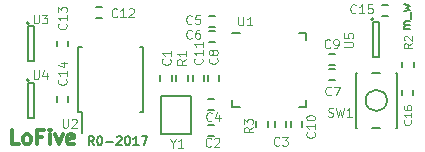
<source format=gbr>
G04 #@! TF.GenerationSoftware,KiCad,Pcbnew,(2017-08-02 revision 9760937)-master*
G04 #@! TF.CreationDate,2017-09-04T14:54:41-05:00*
G04 #@! TF.ProjectId,lofive,6C6F666976652E6B696361645F706362,0*
G04 #@! TF.SameCoordinates,Original*
G04 #@! TF.FileFunction,Legend,Top*
G04 #@! TF.FilePolarity,Positive*
%FSLAX46Y46*%
G04 Gerber Fmt 4.6, Leading zero omitted, Abs format (unit mm)*
G04 Created by KiCad (PCBNEW (2017-08-02 revision 9760937)-master) date Mon Sep  4 14:54:41 2017*
%MOMM*%
%LPD*%
G01*
G04 APERTURE LIST*
%ADD10C,0.187500*%
%ADD11C,0.300000*%
%ADD12C,0.150000*%
%ADD13C,0.125000*%
G04 APERTURE END LIST*
D10*
X109437342Y-124306525D02*
X109187342Y-123949382D01*
X109008771Y-124306525D02*
X109008771Y-123556525D01*
X109294485Y-123556525D01*
X109365914Y-123592240D01*
X109401628Y-123627954D01*
X109437342Y-123699382D01*
X109437342Y-123806525D01*
X109401628Y-123877954D01*
X109365914Y-123913668D01*
X109294485Y-123949382D01*
X109008771Y-123949382D01*
X109901628Y-123556525D02*
X109973057Y-123556525D01*
X110044485Y-123592240D01*
X110080200Y-123627954D01*
X110115914Y-123699382D01*
X110151628Y-123842240D01*
X110151628Y-124020811D01*
X110115914Y-124163668D01*
X110080200Y-124235097D01*
X110044485Y-124270811D01*
X109973057Y-124306525D01*
X109901628Y-124306525D01*
X109830200Y-124270811D01*
X109794485Y-124235097D01*
X109758771Y-124163668D01*
X109723057Y-124020811D01*
X109723057Y-123842240D01*
X109758771Y-123699382D01*
X109794485Y-123627954D01*
X109830200Y-123592240D01*
X109901628Y-123556525D01*
X110473057Y-124020811D02*
X111044485Y-124020811D01*
X111365914Y-123627954D02*
X111401628Y-123592240D01*
X111473057Y-123556525D01*
X111651628Y-123556525D01*
X111723057Y-123592240D01*
X111758771Y-123627954D01*
X111794485Y-123699382D01*
X111794485Y-123770811D01*
X111758771Y-123877954D01*
X111330200Y-124306525D01*
X111794485Y-124306525D01*
X112258771Y-123556525D02*
X112330200Y-123556525D01*
X112401628Y-123592240D01*
X112437342Y-123627954D01*
X112473057Y-123699382D01*
X112508771Y-123842240D01*
X112508771Y-124020811D01*
X112473057Y-124163668D01*
X112437342Y-124235097D01*
X112401628Y-124270811D01*
X112330200Y-124306525D01*
X112258771Y-124306525D01*
X112187342Y-124270811D01*
X112151628Y-124235097D01*
X112115914Y-124163668D01*
X112080200Y-124020811D01*
X112080200Y-123842240D01*
X112115914Y-123699382D01*
X112151628Y-123627954D01*
X112187342Y-123592240D01*
X112258771Y-123556525D01*
X113223057Y-124306525D02*
X112794485Y-124306525D01*
X113008771Y-124306525D02*
X113008771Y-123556525D01*
X112937342Y-123663668D01*
X112865914Y-123735097D01*
X112794485Y-123770811D01*
X113473057Y-123556525D02*
X113973057Y-123556525D01*
X113651628Y-124306525D01*
X136203885Y-114464340D02*
X135703885Y-114464340D01*
X135775314Y-114464340D02*
X135739600Y-114428625D01*
X135703885Y-114357197D01*
X135703885Y-114250054D01*
X135739600Y-114178625D01*
X135811028Y-114142911D01*
X136203885Y-114142911D01*
X135811028Y-114142911D02*
X135739600Y-114107197D01*
X135703885Y-114035768D01*
X135703885Y-113928625D01*
X135739600Y-113857197D01*
X135811028Y-113821482D01*
X136203885Y-113821482D01*
X136275314Y-113642911D02*
X136275314Y-113071482D01*
X135703885Y-112964340D02*
X136203885Y-112821482D01*
X135846742Y-112678625D01*
X136203885Y-112535768D01*
X135703885Y-112392911D01*
D11*
X103094090Y-124232996D02*
X102498852Y-124232996D01*
X102498852Y-122982996D01*
X103689328Y-124232996D02*
X103570280Y-124173472D01*
X103510757Y-124113948D01*
X103451233Y-123994900D01*
X103451233Y-123637758D01*
X103510757Y-123518710D01*
X103570280Y-123459186D01*
X103689328Y-123399662D01*
X103867900Y-123399662D01*
X103986947Y-123459186D01*
X104046471Y-123518710D01*
X104105995Y-123637758D01*
X104105995Y-123994900D01*
X104046471Y-124113948D01*
X103986947Y-124173472D01*
X103867900Y-124232996D01*
X103689328Y-124232996D01*
X105058376Y-123578234D02*
X104641709Y-123578234D01*
X104641709Y-124232996D02*
X104641709Y-122982996D01*
X105236947Y-122982996D01*
X105713138Y-124232996D02*
X105713138Y-123399662D01*
X105713138Y-122982996D02*
X105653614Y-123042520D01*
X105713138Y-123102043D01*
X105772661Y-123042520D01*
X105713138Y-122982996D01*
X105713138Y-123102043D01*
X106189328Y-123399662D02*
X106486947Y-124232996D01*
X106784566Y-123399662D01*
X107736947Y-124173472D02*
X107617900Y-124232996D01*
X107379804Y-124232996D01*
X107260757Y-124173472D01*
X107201233Y-124054424D01*
X107201233Y-123578234D01*
X107260757Y-123459186D01*
X107379804Y-123399662D01*
X107617900Y-123399662D01*
X107736947Y-123459186D01*
X107796471Y-123578234D01*
X107796471Y-123697281D01*
X107201233Y-123816329D01*
D12*
X125707160Y-122784680D02*
X125707160Y-122284680D01*
X124757160Y-122284680D02*
X124757160Y-122784680D01*
X131600000Y-118173000D02*
X131700000Y-118173000D01*
X135100000Y-118173000D02*
X135000000Y-118173000D01*
X135000000Y-122873000D02*
X135100000Y-122873000D01*
X131600000Y-122873000D02*
X131700000Y-122873000D01*
X133000000Y-122873000D02*
X133700000Y-122873000D01*
X133000000Y-118173000D02*
X133700000Y-118173000D01*
X131600000Y-118173000D02*
X131600000Y-122873000D01*
X135100000Y-122873000D02*
X135100000Y-118173000D01*
X134250000Y-120523000D02*
G75*
G03X134250000Y-120523000I-900000J0D01*
G01*
X134362000Y-112428000D02*
X133862000Y-112428000D01*
X133862000Y-113378000D02*
X134362000Y-113378000D01*
X136492000Y-120096000D02*
X136492000Y-119596000D01*
X135542000Y-119596000D02*
X135542000Y-120096000D01*
X133116800Y-113656600D02*
G75*
G03X133116800Y-113656600I-100000J0D01*
G01*
X133566800Y-113906600D02*
X133066800Y-113906600D01*
X133566800Y-116806600D02*
X133566800Y-113906600D01*
X133066800Y-116806600D02*
X133566800Y-116806600D01*
X133066800Y-113906600D02*
X133066800Y-116806600D01*
X124220460Y-122802460D02*
X124220460Y-122302460D01*
X123170460Y-122302460D02*
X123170460Y-122802460D01*
X135492000Y-117225000D02*
X135492000Y-117725000D01*
X136542000Y-117725000D02*
X136542000Y-117225000D01*
X106332000Y-120146000D02*
X106332000Y-120646000D01*
X107282000Y-120646000D02*
X107282000Y-120146000D01*
X107282000Y-115947000D02*
X107282000Y-115447000D01*
X106332000Y-115447000D02*
X106332000Y-115947000D01*
X103890000Y-114247000D02*
X103890000Y-117147000D01*
X103890000Y-117147000D02*
X104390000Y-117147000D01*
X104390000Y-117147000D02*
X104390000Y-114247000D01*
X104390000Y-114247000D02*
X103890000Y-114247000D01*
X103940000Y-113997000D02*
G75*
G03X103940000Y-113997000I-100000J0D01*
G01*
X103940000Y-118823000D02*
G75*
G03X103940000Y-118823000I-100000J0D01*
G01*
X104390000Y-119073000D02*
X103890000Y-119073000D01*
X104390000Y-121973000D02*
X104390000Y-119073000D01*
X103890000Y-121973000D02*
X104390000Y-121973000D01*
X103890000Y-119073000D02*
X103890000Y-121973000D01*
X110104060Y-112610580D02*
X109604060Y-112610580D01*
X109604060Y-113560580D02*
X110104060Y-113560580D01*
X108116000Y-121522660D02*
X108416000Y-121522660D01*
X108116000Y-116022660D02*
X108416000Y-116022660D01*
X113626000Y-116022660D02*
X113326000Y-116022660D01*
X113626000Y-121522660D02*
X113326000Y-121522660D01*
X108116000Y-121522660D02*
X108116000Y-116022660D01*
X113626000Y-121522660D02*
X113626000Y-116022660D01*
X108416000Y-121522660D02*
X108416000Y-123272660D01*
X118750100Y-118845140D02*
X118750100Y-118345140D01*
X117800100Y-118345140D02*
X117800100Y-118845140D01*
X126144000Y-122284680D02*
X126144000Y-122784680D01*
X127094000Y-122784680D02*
X127094000Y-122284680D01*
X129863760Y-116604560D02*
X129363760Y-116604560D01*
X129363760Y-117554560D02*
X129863760Y-117554560D01*
X119065020Y-118345140D02*
X119065020Y-118845140D01*
X120015020Y-118845140D02*
X120015020Y-118345140D01*
X129863760Y-117864560D02*
X129363760Y-117864560D01*
X129363760Y-118814560D02*
X129863760Y-118814560D01*
X119713820Y-114602240D02*
X119213820Y-114602240D01*
X119213820Y-115552240D02*
X119713820Y-115552240D01*
X119213820Y-114305100D02*
X119713820Y-114305100D01*
X119713820Y-113355100D02*
X119213820Y-113355100D01*
X119576660Y-120373120D02*
X119076660Y-120373120D01*
X119076660Y-121323120D02*
X119576660Y-121323120D01*
X117415800Y-118868000D02*
X117415800Y-118368000D01*
X116365800Y-118368000D02*
X116365800Y-118868000D01*
X117687880Y-120170140D02*
X117687880Y-123370140D01*
X117687880Y-123370140D02*
X115087880Y-123370140D01*
X115087880Y-123370140D02*
X115087880Y-120170140D01*
X115087880Y-120170140D02*
X117687880Y-120170140D01*
X119088680Y-123506920D02*
X119588680Y-123506920D01*
X119588680Y-122556920D02*
X119088680Y-122556920D01*
X115072140Y-118350220D02*
X115072140Y-118850220D01*
X116022140Y-118850220D02*
X116022140Y-118350220D01*
X127424980Y-114809740D02*
X127424980Y-115409740D01*
X121174980Y-121059740D02*
X121174980Y-120459740D01*
X127424980Y-121059740D02*
X127424980Y-120459740D01*
X121174980Y-114809740D02*
X121774980Y-114809740D01*
X121174980Y-121059740D02*
X121774980Y-121059740D01*
X127424980Y-121059740D02*
X126824980Y-121059740D01*
X127424980Y-114809740D02*
X126824980Y-114809740D01*
D13*
X125130020Y-124285897D02*
X125094305Y-124321611D01*
X124987162Y-124357325D01*
X124915734Y-124357325D01*
X124808591Y-124321611D01*
X124737162Y-124250182D01*
X124701448Y-124178754D01*
X124665734Y-124035897D01*
X124665734Y-123928754D01*
X124701448Y-123785897D01*
X124737162Y-123714468D01*
X124808591Y-123643040D01*
X124915734Y-123607325D01*
X124987162Y-123607325D01*
X125094305Y-123643040D01*
X125130020Y-123678754D01*
X125380020Y-123607325D02*
X125844305Y-123607325D01*
X125594305Y-123893040D01*
X125701448Y-123893040D01*
X125772877Y-123928754D01*
X125808591Y-123964468D01*
X125844305Y-124035897D01*
X125844305Y-124214468D01*
X125808591Y-124285897D01*
X125772877Y-124321611D01*
X125701448Y-124357325D01*
X125487162Y-124357325D01*
X125415734Y-124321611D01*
X125380020Y-124285897D01*
X129276600Y-121870511D02*
X129383742Y-121906225D01*
X129562314Y-121906225D01*
X129633742Y-121870511D01*
X129669457Y-121834797D01*
X129705171Y-121763368D01*
X129705171Y-121691940D01*
X129669457Y-121620511D01*
X129633742Y-121584797D01*
X129562314Y-121549082D01*
X129419457Y-121513368D01*
X129348028Y-121477654D01*
X129312314Y-121441940D01*
X129276600Y-121370511D01*
X129276600Y-121299082D01*
X129312314Y-121227654D01*
X129348028Y-121191940D01*
X129419457Y-121156225D01*
X129598028Y-121156225D01*
X129705171Y-121191940D01*
X129955171Y-121156225D02*
X130133742Y-121906225D01*
X130276600Y-121370511D01*
X130419457Y-121906225D01*
X130598028Y-121156225D01*
X131276600Y-121906225D02*
X130848028Y-121906225D01*
X131062314Y-121906225D02*
X131062314Y-121156225D01*
X130990885Y-121263368D01*
X130919457Y-121334797D01*
X130848028Y-121370511D01*
X131623257Y-113069257D02*
X131587542Y-113104971D01*
X131480400Y-113140685D01*
X131408971Y-113140685D01*
X131301828Y-113104971D01*
X131230400Y-113033542D01*
X131194685Y-112962114D01*
X131158971Y-112819257D01*
X131158971Y-112712114D01*
X131194685Y-112569257D01*
X131230400Y-112497828D01*
X131301828Y-112426400D01*
X131408971Y-112390685D01*
X131480400Y-112390685D01*
X131587542Y-112426400D01*
X131623257Y-112462114D01*
X132337542Y-113140685D02*
X131908971Y-113140685D01*
X132123257Y-113140685D02*
X132123257Y-112390685D01*
X132051828Y-112497828D01*
X131980400Y-112569257D01*
X131908971Y-112604971D01*
X133016114Y-112390685D02*
X132658971Y-112390685D01*
X132623257Y-112747828D01*
X132658971Y-112712114D01*
X132730400Y-112676400D01*
X132908971Y-112676400D01*
X132980400Y-112712114D01*
X133016114Y-112747828D01*
X133051828Y-112819257D01*
X133051828Y-112997828D01*
X133016114Y-113069257D01*
X132980400Y-113104971D01*
X132908971Y-113140685D01*
X132730400Y-113140685D01*
X132658971Y-113104971D01*
X132623257Y-113069257D01*
X136249142Y-122185457D02*
X136280095Y-122216409D01*
X136311047Y-122309266D01*
X136311047Y-122371171D01*
X136280095Y-122464028D01*
X136218190Y-122525933D01*
X136156285Y-122556885D01*
X136032476Y-122587838D01*
X135939619Y-122587838D01*
X135815809Y-122556885D01*
X135753904Y-122525933D01*
X135692000Y-122464028D01*
X135661047Y-122371171D01*
X135661047Y-122309266D01*
X135692000Y-122216409D01*
X135722952Y-122185457D01*
X136311047Y-121566409D02*
X136311047Y-121937838D01*
X136311047Y-121752123D02*
X135661047Y-121752123D01*
X135753904Y-121814028D01*
X135815809Y-121875933D01*
X135846761Y-121937838D01*
X135661047Y-121009266D02*
X135661047Y-121133076D01*
X135692000Y-121194980D01*
X135722952Y-121225933D01*
X135815809Y-121287838D01*
X135939619Y-121318790D01*
X136187238Y-121318790D01*
X136249142Y-121287838D01*
X136280095Y-121256885D01*
X136311047Y-121194980D01*
X136311047Y-121071171D01*
X136280095Y-121009266D01*
X136249142Y-120978314D01*
X136187238Y-120947361D01*
X136032476Y-120947361D01*
X135970571Y-120978314D01*
X135939619Y-121009266D01*
X135908666Y-121071171D01*
X135908666Y-121194980D01*
X135939619Y-121256885D01*
X135970571Y-121287838D01*
X136032476Y-121318790D01*
X130653285Y-115989028D02*
X131260428Y-115989028D01*
X131331857Y-115953314D01*
X131367571Y-115917600D01*
X131403285Y-115846171D01*
X131403285Y-115703314D01*
X131367571Y-115631885D01*
X131331857Y-115596171D01*
X131260428Y-115560457D01*
X130653285Y-115560457D01*
X130653285Y-114846171D02*
X130653285Y-115203314D01*
X131010428Y-115239028D01*
X130974714Y-115203314D01*
X130939000Y-115131885D01*
X130939000Y-114953314D01*
X130974714Y-114881885D01*
X131010428Y-114846171D01*
X131081857Y-114810457D01*
X131260428Y-114810457D01*
X131331857Y-114846171D01*
X131367571Y-114881885D01*
X131403285Y-114953314D01*
X131403285Y-115131885D01*
X131367571Y-115203314D01*
X131331857Y-115239028D01*
X122894285Y-122784140D02*
X122537142Y-123034140D01*
X122894285Y-123212711D02*
X122144285Y-123212711D01*
X122144285Y-122926997D01*
X122180000Y-122855568D01*
X122215714Y-122819854D01*
X122287142Y-122784140D01*
X122394285Y-122784140D01*
X122465714Y-122819854D01*
X122501428Y-122855568D01*
X122537142Y-122926997D01*
X122537142Y-123212711D01*
X122144285Y-122534140D02*
X122144285Y-122069854D01*
X122430000Y-122319854D01*
X122430000Y-122212711D01*
X122465714Y-122141282D01*
X122501428Y-122105568D01*
X122572857Y-122069854D01*
X122751428Y-122069854D01*
X122822857Y-122105568D01*
X122858571Y-122141282D01*
X122894285Y-122212711D01*
X122894285Y-122426997D01*
X122858571Y-122498425D01*
X122822857Y-122534140D01*
X136336447Y-115678333D02*
X136026923Y-115895000D01*
X136336447Y-116049761D02*
X135686447Y-116049761D01*
X135686447Y-115802142D01*
X135717400Y-115740238D01*
X135748352Y-115709285D01*
X135810257Y-115678333D01*
X135903114Y-115678333D01*
X135965019Y-115709285D01*
X135995971Y-115740238D01*
X136026923Y-115802142D01*
X136026923Y-116049761D01*
X135748352Y-115430714D02*
X135717400Y-115399761D01*
X135686447Y-115337857D01*
X135686447Y-115183095D01*
X135717400Y-115121190D01*
X135748352Y-115090238D01*
X135810257Y-115059285D01*
X135872161Y-115059285D01*
X135965019Y-115090238D01*
X136336447Y-115461666D01*
X136336447Y-115059285D01*
X107074857Y-118719142D02*
X107110571Y-118754857D01*
X107146285Y-118862000D01*
X107146285Y-118933428D01*
X107110571Y-119040571D01*
X107039142Y-119112000D01*
X106967714Y-119147714D01*
X106824857Y-119183428D01*
X106717714Y-119183428D01*
X106574857Y-119147714D01*
X106503428Y-119112000D01*
X106432000Y-119040571D01*
X106396285Y-118933428D01*
X106396285Y-118862000D01*
X106432000Y-118754857D01*
X106467714Y-118719142D01*
X107146285Y-118004857D02*
X107146285Y-118433428D01*
X107146285Y-118219142D02*
X106396285Y-118219142D01*
X106503428Y-118290571D01*
X106574857Y-118362000D01*
X106610571Y-118433428D01*
X106646285Y-117362000D02*
X107146285Y-117362000D01*
X106360571Y-117540571D02*
X106896285Y-117719142D01*
X106896285Y-117254857D01*
X107074857Y-114020142D02*
X107110571Y-114055857D01*
X107146285Y-114163000D01*
X107146285Y-114234428D01*
X107110571Y-114341571D01*
X107039142Y-114413000D01*
X106967714Y-114448714D01*
X106824857Y-114484428D01*
X106717714Y-114484428D01*
X106574857Y-114448714D01*
X106503428Y-114413000D01*
X106432000Y-114341571D01*
X106396285Y-114234428D01*
X106396285Y-114163000D01*
X106432000Y-114055857D01*
X106467714Y-114020142D01*
X107146285Y-113305857D02*
X107146285Y-113734428D01*
X107146285Y-113520142D02*
X106396285Y-113520142D01*
X106503428Y-113591571D01*
X106574857Y-113663000D01*
X106610571Y-113734428D01*
X106396285Y-113055857D02*
X106396285Y-112591571D01*
X106682000Y-112841571D01*
X106682000Y-112734428D01*
X106717714Y-112663000D01*
X106753428Y-112627285D01*
X106824857Y-112591571D01*
X107003428Y-112591571D01*
X107074857Y-112627285D01*
X107110571Y-112663000D01*
X107146285Y-112734428D01*
X107146285Y-112948714D01*
X107110571Y-113020142D01*
X107074857Y-113055857D01*
X104330571Y-113254285D02*
X104330571Y-113861428D01*
X104366285Y-113932857D01*
X104402000Y-113968571D01*
X104473428Y-114004285D01*
X104616285Y-114004285D01*
X104687714Y-113968571D01*
X104723428Y-113932857D01*
X104759142Y-113861428D01*
X104759142Y-113254285D01*
X105044857Y-113254285D02*
X105509142Y-113254285D01*
X105259142Y-113540000D01*
X105366285Y-113540000D01*
X105437714Y-113575714D01*
X105473428Y-113611428D01*
X105509142Y-113682857D01*
X105509142Y-113861428D01*
X105473428Y-113932857D01*
X105437714Y-113968571D01*
X105366285Y-114004285D01*
X105152000Y-114004285D01*
X105080571Y-113968571D01*
X105044857Y-113932857D01*
X104330571Y-117953285D02*
X104330571Y-118560428D01*
X104366285Y-118631857D01*
X104402000Y-118667571D01*
X104473428Y-118703285D01*
X104616285Y-118703285D01*
X104687714Y-118667571D01*
X104723428Y-118631857D01*
X104759142Y-118560428D01*
X104759142Y-117953285D01*
X105437714Y-118203285D02*
X105437714Y-118703285D01*
X105259142Y-117917571D02*
X105080571Y-118453285D01*
X105544857Y-118453285D01*
X111404857Y-113399457D02*
X111369142Y-113435171D01*
X111262000Y-113470885D01*
X111190571Y-113470885D01*
X111083428Y-113435171D01*
X111012000Y-113363742D01*
X110976285Y-113292314D01*
X110940571Y-113149457D01*
X110940571Y-113042314D01*
X110976285Y-112899457D01*
X111012000Y-112828028D01*
X111083428Y-112756600D01*
X111190571Y-112720885D01*
X111262000Y-112720885D01*
X111369142Y-112756600D01*
X111404857Y-112792314D01*
X112119142Y-113470885D02*
X111690571Y-113470885D01*
X111904857Y-113470885D02*
X111904857Y-112720885D01*
X111833428Y-112828028D01*
X111762000Y-112899457D01*
X111690571Y-112935171D01*
X112404857Y-112792314D02*
X112440571Y-112756600D01*
X112512000Y-112720885D01*
X112690571Y-112720885D01*
X112762000Y-112756600D01*
X112797714Y-112792314D01*
X112833428Y-112863742D01*
X112833428Y-112935171D01*
X112797714Y-113042314D01*
X112369142Y-113470885D01*
X112833428Y-113470885D01*
X106804531Y-122070625D02*
X106804531Y-122677768D01*
X106840245Y-122749197D01*
X106875960Y-122784911D01*
X106947388Y-122820625D01*
X107090245Y-122820625D01*
X107161674Y-122784911D01*
X107197388Y-122749197D01*
X107233102Y-122677768D01*
X107233102Y-122070625D01*
X107554531Y-122142054D02*
X107590245Y-122106340D01*
X107661674Y-122070625D01*
X107840245Y-122070625D01*
X107911674Y-122106340D01*
X107947388Y-122142054D01*
X107983102Y-122213482D01*
X107983102Y-122284911D01*
X107947388Y-122392054D01*
X107518817Y-122820625D01*
X107983102Y-122820625D01*
X118572957Y-116977282D02*
X118608671Y-117012997D01*
X118644385Y-117120140D01*
X118644385Y-117191568D01*
X118608671Y-117298711D01*
X118537242Y-117370140D01*
X118465814Y-117405854D01*
X118322957Y-117441568D01*
X118215814Y-117441568D01*
X118072957Y-117405854D01*
X118001528Y-117370140D01*
X117930100Y-117298711D01*
X117894385Y-117191568D01*
X117894385Y-117120140D01*
X117930100Y-117012997D01*
X117965814Y-116977282D01*
X118644385Y-116262997D02*
X118644385Y-116691568D01*
X118644385Y-116477282D02*
X117894385Y-116477282D01*
X118001528Y-116548711D01*
X118072957Y-116620140D01*
X118108671Y-116691568D01*
X118644385Y-115548711D02*
X118644385Y-115977282D01*
X118644385Y-115762997D02*
X117894385Y-115762997D01*
X118001528Y-115834425D01*
X118072957Y-115905854D01*
X118108671Y-115977282D01*
X128095897Y-123209862D02*
X128131611Y-123245577D01*
X128167325Y-123352720D01*
X128167325Y-123424148D01*
X128131611Y-123531291D01*
X128060182Y-123602720D01*
X127988754Y-123638434D01*
X127845897Y-123674148D01*
X127738754Y-123674148D01*
X127595897Y-123638434D01*
X127524468Y-123602720D01*
X127453040Y-123531291D01*
X127417325Y-123424148D01*
X127417325Y-123352720D01*
X127453040Y-123245577D01*
X127488754Y-123209862D01*
X128167325Y-122495577D02*
X128167325Y-122924148D01*
X128167325Y-122709862D02*
X127417325Y-122709862D01*
X127524468Y-122781291D01*
X127595897Y-122852720D01*
X127631611Y-122924148D01*
X127417325Y-122031291D02*
X127417325Y-121959862D01*
X127453040Y-121888434D01*
X127488754Y-121852720D01*
X127560182Y-121817005D01*
X127703040Y-121781291D01*
X127881611Y-121781291D01*
X128024468Y-121817005D01*
X128095897Y-121852720D01*
X128131611Y-121888434D01*
X128167325Y-121959862D01*
X128167325Y-122031291D01*
X128131611Y-122102720D01*
X128095897Y-122138434D01*
X128024468Y-122174148D01*
X127881611Y-122209862D01*
X127703040Y-122209862D01*
X127560182Y-122174148D01*
X127488754Y-122138434D01*
X127453040Y-122102720D01*
X127417325Y-122031291D01*
X129440400Y-116015657D02*
X129404685Y-116051371D01*
X129297542Y-116087085D01*
X129226114Y-116087085D01*
X129118971Y-116051371D01*
X129047542Y-115979942D01*
X129011828Y-115908514D01*
X128976114Y-115765657D01*
X128976114Y-115658514D01*
X129011828Y-115515657D01*
X129047542Y-115444228D01*
X129118971Y-115372800D01*
X129226114Y-115337085D01*
X129297542Y-115337085D01*
X129404685Y-115372800D01*
X129440400Y-115408514D01*
X129797542Y-116087085D02*
X129940400Y-116087085D01*
X130011828Y-116051371D01*
X130047542Y-116015657D01*
X130118971Y-115908514D01*
X130154685Y-115765657D01*
X130154685Y-115479942D01*
X130118971Y-115408514D01*
X130083257Y-115372800D01*
X130011828Y-115337085D01*
X129868971Y-115337085D01*
X129797542Y-115372800D01*
X129761828Y-115408514D01*
X129726114Y-115479942D01*
X129726114Y-115658514D01*
X129761828Y-115729942D01*
X129797542Y-115765657D01*
X129868971Y-115801371D01*
X130011828Y-115801371D01*
X130083257Y-115765657D01*
X130118971Y-115729942D01*
X130154685Y-115658514D01*
X119847877Y-116960140D02*
X119883591Y-116995854D01*
X119919305Y-117102997D01*
X119919305Y-117174425D01*
X119883591Y-117281568D01*
X119812162Y-117352997D01*
X119740734Y-117388711D01*
X119597877Y-117424425D01*
X119490734Y-117424425D01*
X119347877Y-117388711D01*
X119276448Y-117352997D01*
X119205020Y-117281568D01*
X119169305Y-117174425D01*
X119169305Y-117102997D01*
X119205020Y-116995854D01*
X119240734Y-116960140D01*
X119490734Y-116531568D02*
X119455020Y-116602997D01*
X119419305Y-116638711D01*
X119347877Y-116674425D01*
X119312162Y-116674425D01*
X119240734Y-116638711D01*
X119205020Y-116602997D01*
X119169305Y-116531568D01*
X119169305Y-116388711D01*
X119205020Y-116317282D01*
X119240734Y-116281568D01*
X119312162Y-116245854D01*
X119347877Y-116245854D01*
X119419305Y-116281568D01*
X119455020Y-116317282D01*
X119490734Y-116388711D01*
X119490734Y-116531568D01*
X119526448Y-116602997D01*
X119562162Y-116638711D01*
X119633591Y-116674425D01*
X119776448Y-116674425D01*
X119847877Y-116638711D01*
X119883591Y-116602997D01*
X119919305Y-116531568D01*
X119919305Y-116388711D01*
X119883591Y-116317282D01*
X119847877Y-116281568D01*
X119776448Y-116245854D01*
X119633591Y-116245854D01*
X119562162Y-116281568D01*
X119526448Y-116317282D01*
X119490734Y-116388711D01*
X129491200Y-120028857D02*
X129455485Y-120064571D01*
X129348342Y-120100285D01*
X129276914Y-120100285D01*
X129169771Y-120064571D01*
X129098342Y-119993142D01*
X129062628Y-119921714D01*
X129026914Y-119778857D01*
X129026914Y-119671714D01*
X129062628Y-119528857D01*
X129098342Y-119457428D01*
X129169771Y-119386000D01*
X129276914Y-119350285D01*
X129348342Y-119350285D01*
X129455485Y-119386000D01*
X129491200Y-119421714D01*
X129741200Y-119350285D02*
X130241200Y-119350285D01*
X129919771Y-120100285D01*
X117731000Y-115228257D02*
X117695285Y-115263971D01*
X117588142Y-115299685D01*
X117516714Y-115299685D01*
X117409571Y-115263971D01*
X117338142Y-115192542D01*
X117302428Y-115121114D01*
X117266714Y-114978257D01*
X117266714Y-114871114D01*
X117302428Y-114728257D01*
X117338142Y-114656828D01*
X117409571Y-114585400D01*
X117516714Y-114549685D01*
X117588142Y-114549685D01*
X117695285Y-114585400D01*
X117731000Y-114621114D01*
X118373857Y-114549685D02*
X118231000Y-114549685D01*
X118159571Y-114585400D01*
X118123857Y-114621114D01*
X118052428Y-114728257D01*
X118016714Y-114871114D01*
X118016714Y-115156828D01*
X118052428Y-115228257D01*
X118088142Y-115263971D01*
X118159571Y-115299685D01*
X118302428Y-115299685D01*
X118373857Y-115263971D01*
X118409571Y-115228257D01*
X118445285Y-115156828D01*
X118445285Y-114978257D01*
X118409571Y-114906828D01*
X118373857Y-114871114D01*
X118302428Y-114835400D01*
X118159571Y-114835400D01*
X118088142Y-114871114D01*
X118052428Y-114906828D01*
X118016714Y-114978257D01*
X117731000Y-113983657D02*
X117695285Y-114019371D01*
X117588142Y-114055085D01*
X117516714Y-114055085D01*
X117409571Y-114019371D01*
X117338142Y-113947942D01*
X117302428Y-113876514D01*
X117266714Y-113733657D01*
X117266714Y-113626514D01*
X117302428Y-113483657D01*
X117338142Y-113412228D01*
X117409571Y-113340800D01*
X117516714Y-113305085D01*
X117588142Y-113305085D01*
X117695285Y-113340800D01*
X117731000Y-113376514D01*
X118409571Y-113305085D02*
X118052428Y-113305085D01*
X118016714Y-113662228D01*
X118052428Y-113626514D01*
X118123857Y-113590800D01*
X118302428Y-113590800D01*
X118373857Y-113626514D01*
X118409571Y-113662228D01*
X118445285Y-113733657D01*
X118445285Y-113912228D01*
X118409571Y-113983657D01*
X118373857Y-114019371D01*
X118302428Y-114055085D01*
X118123857Y-114055085D01*
X118052428Y-114019371D01*
X118016714Y-113983657D01*
X119432800Y-122187857D02*
X119397085Y-122223571D01*
X119289942Y-122259285D01*
X119218514Y-122259285D01*
X119111371Y-122223571D01*
X119039942Y-122152142D01*
X119004228Y-122080714D01*
X118968514Y-121937857D01*
X118968514Y-121830714D01*
X119004228Y-121687857D01*
X119039942Y-121616428D01*
X119111371Y-121545000D01*
X119218514Y-121509285D01*
X119289942Y-121509285D01*
X119397085Y-121545000D01*
X119432800Y-121580714D01*
X120075657Y-121759285D02*
X120075657Y-122259285D01*
X119897085Y-121473571D02*
X119718514Y-122009285D01*
X120182800Y-122009285D01*
X117230085Y-117050280D02*
X116872942Y-117300280D01*
X117230085Y-117478851D02*
X116480085Y-117478851D01*
X116480085Y-117193137D01*
X116515800Y-117121708D01*
X116551514Y-117085994D01*
X116622942Y-117050280D01*
X116730085Y-117050280D01*
X116801514Y-117085994D01*
X116837228Y-117121708D01*
X116872942Y-117193137D01*
X116872942Y-117478851D01*
X117230085Y-116335994D02*
X117230085Y-116764565D01*
X117230085Y-116550280D02*
X116480085Y-116550280D01*
X116587228Y-116621708D01*
X116658657Y-116693137D01*
X116694371Y-116764565D01*
X116117097Y-124157662D02*
X116117097Y-124514805D01*
X115867097Y-123764805D02*
X116117097Y-124157662D01*
X116367097Y-123764805D01*
X117009954Y-124514805D02*
X116581382Y-124514805D01*
X116795668Y-124514805D02*
X116795668Y-123764805D01*
X116724240Y-123871948D01*
X116652811Y-123943377D01*
X116581382Y-123979091D01*
X119356600Y-124372257D02*
X119320885Y-124407971D01*
X119213742Y-124443685D01*
X119142314Y-124443685D01*
X119035171Y-124407971D01*
X118963742Y-124336542D01*
X118928028Y-124265114D01*
X118892314Y-124122257D01*
X118892314Y-124015114D01*
X118928028Y-123872257D01*
X118963742Y-123800828D01*
X119035171Y-123729400D01*
X119142314Y-123693685D01*
X119213742Y-123693685D01*
X119320885Y-123729400D01*
X119356600Y-123765114D01*
X119642314Y-123765114D02*
X119678028Y-123729400D01*
X119749457Y-123693685D01*
X119928028Y-123693685D01*
X119999457Y-123729400D01*
X120035171Y-123765114D01*
X120070885Y-123836542D01*
X120070885Y-123907971D01*
X120035171Y-124015114D01*
X119606600Y-124443685D01*
X120070885Y-124443685D01*
X115884997Y-117015220D02*
X115920711Y-117050934D01*
X115956425Y-117158077D01*
X115956425Y-117229505D01*
X115920711Y-117336648D01*
X115849282Y-117408077D01*
X115777854Y-117443791D01*
X115634997Y-117479505D01*
X115527854Y-117479505D01*
X115384997Y-117443791D01*
X115313568Y-117408077D01*
X115242140Y-117336648D01*
X115206425Y-117229505D01*
X115206425Y-117158077D01*
X115242140Y-117050934D01*
X115277854Y-117015220D01*
X115956425Y-116300934D02*
X115956425Y-116729505D01*
X115956425Y-116515220D02*
X115206425Y-116515220D01*
X115313568Y-116586648D01*
X115384997Y-116658077D01*
X115420711Y-116729505D01*
X121655911Y-113416845D02*
X121655911Y-114023988D01*
X121691625Y-114095417D01*
X121727340Y-114131131D01*
X121798768Y-114166845D01*
X121941625Y-114166845D01*
X122013054Y-114131131D01*
X122048768Y-114095417D01*
X122084482Y-114023988D01*
X122084482Y-113416845D01*
X122834482Y-114166845D02*
X122405911Y-114166845D01*
X122620197Y-114166845D02*
X122620197Y-113416845D01*
X122548768Y-113523988D01*
X122477340Y-113595417D01*
X122405911Y-113631131D01*
M02*

</source>
